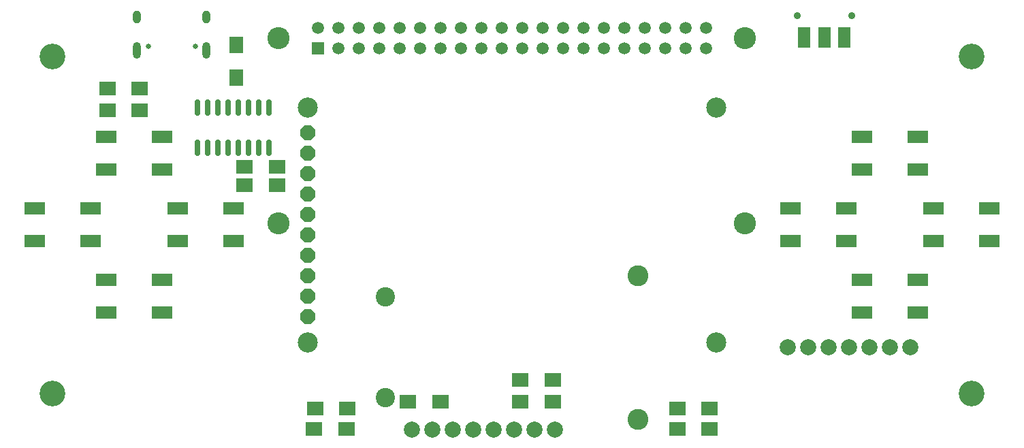
<source format=gbr>
%TF.GenerationSoftware,KiCad,Pcbnew,(6.0.2)*%
%TF.CreationDate,2022-04-12T00:42:21+02:00*%
%TF.ProjectId,raspi_game,72617370-695f-4676-916d-652e6b696361,rev?*%
%TF.SameCoordinates,Original*%
%TF.FileFunction,Soldermask,Top*%
%TF.FilePolarity,Negative*%
%FSLAX46Y46*%
G04 Gerber Fmt 4.6, Leading zero omitted, Abs format (unit mm)*
G04 Created by KiCad (PCBNEW (6.0.2)) date 2022-04-12 00:42:21*
%MOMM*%
%LPD*%
G01*
G04 APERTURE LIST*
G04 Aperture macros list*
%AMRoundRect*
0 Rectangle with rounded corners*
0 $1 Rounding radius*
0 $2 $3 $4 $5 $6 $7 $8 $9 X,Y pos of 4 corners*
0 Add a 4 corners polygon primitive as box body*
4,1,4,$2,$3,$4,$5,$6,$7,$8,$9,$2,$3,0*
0 Add four circle primitives for the rounded corners*
1,1,$1+$1,$2,$3*
1,1,$1+$1,$4,$5*
1,1,$1+$1,$6,$7*
1,1,$1+$1,$8,$9*
0 Add four rect primitives between the rounded corners*
20,1,$1+$1,$2,$3,$4,$5,0*
20,1,$1+$1,$4,$5,$6,$7,0*
20,1,$1+$1,$6,$7,$8,$9,0*
20,1,$1+$1,$8,$9,$2,$3,0*%
%AMOutline5P*
0 Free polygon, 5 corners , with rotation*
0 The origin of the aperture is its center*
0 number of corners: always 5*
0 $1 to $10 corner X, Y*
0 $11 Rotation angle, in degrees counterclockwise*
0 create outline with 5 corners*
4,1,5,$1,$2,$3,$4,$5,$6,$7,$8,$9,$10,$1,$2,$11*%
%AMOutline6P*
0 Free polygon, 6 corners , with rotation*
0 The origin of the aperture is its center*
0 number of corners: always 6*
0 $1 to $12 corner X, Y*
0 $13 Rotation angle, in degrees counterclockwise*
0 create outline with 6 corners*
4,1,6,$1,$2,$3,$4,$5,$6,$7,$8,$9,$10,$11,$12,$1,$2,$13*%
%AMOutline7P*
0 Free polygon, 7 corners , with rotation*
0 The origin of the aperture is its center*
0 number of corners: always 7*
0 $1 to $14 corner X, Y*
0 $15 Rotation angle, in degrees counterclockwise*
0 create outline with 7 corners*
4,1,7,$1,$2,$3,$4,$5,$6,$7,$8,$9,$10,$11,$12,$13,$14,$1,$2,$15*%
%AMOutline8P*
0 Free polygon, 8 corners , with rotation*
0 The origin of the aperture is its center*
0 number of corners: always 8*
0 $1 to $16 corner X, Y*
0 $17 Rotation angle, in degrees counterclockwise*
0 create outline with 8 corners*
4,1,8,$1,$2,$3,$4,$5,$6,$7,$8,$9,$10,$11,$12,$13,$14,$15,$16,$1,$2,$17*%
G04 Aperture macros list end*
%ADD10C,3.200000*%
%ADD11R,2.000000X1.700000*%
%ADD12C,0.900000*%
%ADD13R,1.500000X2.500000*%
%ADD14C,2.750000*%
%ADD15R,1.508000X1.508000*%
%ADD16C,1.508000*%
%ADD17R,2.500000X1.500000*%
%ADD18R,1.700000X2.000000*%
%ADD19C,2.500000*%
%ADD20Outline8P,-0.900000X0.450000X-0.450000X0.900000X0.450000X0.900000X0.900000X0.450000X0.900000X-0.450000X0.450000X-0.900000X-0.450000X-0.900000X-0.900000X-0.450000X180.000000*%
%ADD21RoundRect,0.150000X-0.150000X0.825000X-0.150000X-0.825000X0.150000X-0.825000X0.150000X0.825000X0*%
%ADD22C,2.600000*%
%ADD23C,2.400000*%
%ADD24C,2.000000*%
%ADD25C,0.650000*%
%ADD26O,1.000000X1.600000*%
%ADD27O,1.000000X2.100000*%
G04 APERTURE END LIST*
D10*
%TO.C,REF\u002A\u002A*%
X76200000Y-70485000D03*
%TD*%
D11*
%TO.C,R3*%
X112871000Y-114300000D03*
X108871000Y-114300000D03*
%TD*%
D10*
%TO.C,REF\u002A\u002A*%
X76200000Y-112395000D03*
%TD*%
D12*
%TO.C,SW9*%
X168812000Y-65405000D03*
X175612000Y-65405000D03*
D13*
X174712000Y-68155000D03*
X172212000Y-68155000D03*
X169712000Y-68155000D03*
%TD*%
D14*
%TO.C,A1*%
X162350000Y-68260000D03*
X104350000Y-91260000D03*
X162350000Y-91260000D03*
X104350000Y-68260000D03*
D15*
X109220000Y-69530000D03*
D16*
X109220000Y-66990000D03*
X111760000Y-69530000D03*
X111760000Y-66990000D03*
X114300000Y-69530000D03*
X114300000Y-66990000D03*
X116840000Y-69530000D03*
X116840000Y-66990000D03*
X119380000Y-69530000D03*
X119380000Y-66990000D03*
X121920000Y-69530000D03*
X121920000Y-66990000D03*
X124460000Y-69530000D03*
X124460000Y-66990000D03*
X127000000Y-69530000D03*
X127000000Y-66990000D03*
X129540000Y-69530000D03*
X129540000Y-66990000D03*
X132080000Y-69530000D03*
X132080000Y-66990000D03*
X134620000Y-69530000D03*
X134620000Y-66990000D03*
X137160000Y-69530000D03*
X137160000Y-66990000D03*
X139700000Y-69530000D03*
X139700000Y-66990000D03*
X142240000Y-69530000D03*
X142240000Y-66990000D03*
X144780000Y-69530000D03*
X144780000Y-66990000D03*
X147320000Y-69530000D03*
X147320000Y-66990000D03*
X149860000Y-69530000D03*
X149860000Y-66990000D03*
X152400000Y-69530000D03*
X152400000Y-66990000D03*
X154940000Y-69530000D03*
X154940000Y-66990000D03*
X157480000Y-69530000D03*
X157480000Y-66990000D03*
%TD*%
D10*
%TO.C,REF\u002A\u002A*%
X190500000Y-112395000D03*
%TD*%
D17*
%TO.C,SW7*%
X174950000Y-89440000D03*
X167950000Y-89440000D03*
X174950000Y-93440000D03*
X167950000Y-93440000D03*
%TD*%
%TO.C,SW5*%
X185730000Y-89440000D03*
X192730000Y-89440000D03*
X192730000Y-93440000D03*
X185730000Y-93440000D03*
%TD*%
%TO.C,SW4*%
X98750000Y-89440000D03*
X91750000Y-89440000D03*
X91750000Y-93440000D03*
X98750000Y-93440000D03*
%TD*%
D11*
%TO.C,R2*%
X83039200Y-77241400D03*
X87039200Y-77241400D03*
%TD*%
%TO.C,C5*%
X138398000Y-110744000D03*
X134398000Y-110744000D03*
%TD*%
%TO.C,C2*%
X104108000Y-86487000D03*
X100108000Y-86487000D03*
%TD*%
D17*
%TO.C,SW8*%
X183840000Y-80550000D03*
X176840000Y-80550000D03*
X176840000Y-84550000D03*
X183840000Y-84550000D03*
%TD*%
D11*
%TO.C,D2*%
X157892000Y-116840000D03*
X153892000Y-116840000D03*
%TD*%
D18*
%TO.C,C3*%
X99060000Y-73120000D03*
X99060000Y-69120000D03*
%TD*%
D11*
%TO.C,C1*%
X104108000Y-84201000D03*
X100108000Y-84201000D03*
%TD*%
%TO.C,C4*%
X138398000Y-113411000D03*
X134398000Y-113411000D03*
%TD*%
D10*
%TO.C,REF\u002A\u002A*%
X190500000Y-70485000D03*
%TD*%
D11*
%TO.C,R4*%
X153924000Y-114300000D03*
X157924000Y-114300000D03*
%TD*%
D17*
%TO.C,SW6*%
X176840000Y-98330000D03*
X183840000Y-98330000D03*
X183840000Y-102330000D03*
X176840000Y-102330000D03*
%TD*%
D11*
%TO.C,R1*%
X83064600Y-74498200D03*
X87064600Y-74498200D03*
%TD*%
D19*
%TO.C,U1*%
X107950000Y-76835000D03*
X158750000Y-76835000D03*
X158750000Y-106045000D03*
X107950000Y-106045000D03*
D20*
X107950000Y-102870000D03*
X107950000Y-100330000D03*
X107950000Y-97790000D03*
X107950000Y-95250000D03*
X107950000Y-92710000D03*
X107950000Y-90170000D03*
X107950000Y-87630000D03*
X107950000Y-85090000D03*
X107950000Y-82550000D03*
X107950000Y-80010000D03*
%TD*%
D11*
%TO.C,C6*%
X120428000Y-113411000D03*
X124428000Y-113411000D03*
%TD*%
D21*
%TO.C,U2*%
X103124000Y-76900000D03*
X101854000Y-76900000D03*
X100584000Y-76900000D03*
X99314000Y-76900000D03*
X98044000Y-76900000D03*
X96774000Y-76900000D03*
X95504000Y-76900000D03*
X94234000Y-76900000D03*
X94234000Y-81850000D03*
X95504000Y-81850000D03*
X96774000Y-81850000D03*
X98044000Y-81850000D03*
X99314000Y-81850000D03*
X100584000Y-81850000D03*
X101854000Y-81850000D03*
X103124000Y-81850000D03*
%TD*%
D17*
%TO.C,SW2*%
X89860000Y-98330000D03*
X82860000Y-98330000D03*
X89860000Y-102330000D03*
X82860000Y-102330000D03*
%TD*%
D11*
%TO.C,D1*%
X108744000Y-116840000D03*
X112744000Y-116840000D03*
%TD*%
D17*
%TO.C,SW3*%
X73970000Y-89440000D03*
X80970000Y-89440000D03*
X73970000Y-93440000D03*
X80970000Y-93440000D03*
%TD*%
%TO.C,SW1*%
X89860000Y-80550000D03*
X82860000Y-80550000D03*
X82860000Y-84550000D03*
X89860000Y-84550000D03*
%TD*%
D22*
%TO.C,U4*%
X148994000Y-115610000D03*
X148994000Y-97750000D03*
D23*
X117616000Y-100382000D03*
X117616000Y-112978000D03*
D24*
X138684000Y-116880000D03*
X136144000Y-116880000D03*
X133604000Y-116880000D03*
X131064000Y-116880000D03*
X128524000Y-116880000D03*
X125984000Y-116880000D03*
X123444000Y-116880000D03*
X120904000Y-116880000D03*
%TD*%
%TO.C,U3*%
X182880000Y-106705400D03*
X180340000Y-106705400D03*
X177800000Y-106705400D03*
X175260000Y-106705400D03*
X172720000Y-106705400D03*
X170180000Y-106705400D03*
X167640000Y-106705400D03*
%TD*%
D25*
%TO.C,J1*%
X88169000Y-69280000D03*
X93949000Y-69280000D03*
D26*
X95379000Y-65600000D03*
D27*
X86739000Y-69780000D03*
X95379000Y-69780000D03*
D26*
X86739000Y-65600000D03*
%TD*%
M02*

</source>
